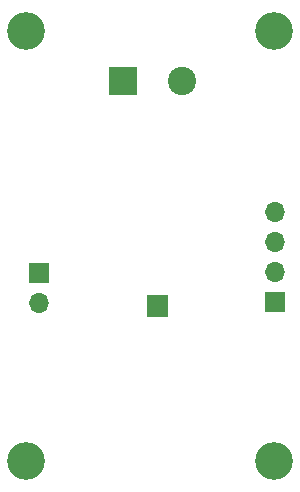
<source format=gbr>
%TF.GenerationSoftware,KiCad,Pcbnew,(5.1.10)-1*%
%TF.CreationDate,2021-09-08T10:04:32-05:00*%
%TF.ProjectId,bq25504_breakout_module,62713235-3530-4345-9f62-7265616b6f75,rev?*%
%TF.SameCoordinates,Original*%
%TF.FileFunction,Soldermask,Bot*%
%TF.FilePolarity,Negative*%
%FSLAX46Y46*%
G04 Gerber Fmt 4.6, Leading zero omitted, Abs format (unit mm)*
G04 Created by KiCad (PCBNEW (5.1.10)-1) date 2021-09-08 10:04:32*
%MOMM*%
%LPD*%
G01*
G04 APERTURE LIST*
%ADD10C,0.100000*%
%ADD11C,3.200000*%
%ADD12C,3.200001*%
%ADD13O,1.700000X1.700000*%
%ADD14R,1.700000X1.700000*%
%ADD15C,2.400000*%
%ADD16R,2.400000X2.400000*%
G04 APERTURE END LIST*
D10*
G36*
X158889700Y-100121720D02*
G01*
X157190440Y-100121720D01*
X157190440Y-98419920D01*
X158889700Y-98419920D01*
X158889700Y-100121720D01*
G37*
X158889700Y-100121720D02*
X157190440Y-100121720D01*
X157190440Y-98419920D01*
X158889700Y-98419920D01*
X158889700Y-100121720D01*
D11*
%TO.C,H4*%
X167944800Y-112471200D03*
%TD*%
%TO.C,H3*%
X167944800Y-75996800D03*
%TD*%
%TO.C,H2*%
X146939000Y-112471200D03*
%TD*%
D12*
%TO.C,H1*%
X146939000Y-75996800D03*
%TD*%
D13*
%TO.C,J2*%
X168000000Y-91380000D03*
X168000000Y-93920000D03*
X168000000Y-96460000D03*
D14*
X168000000Y-99000000D03*
%TD*%
D13*
%TO.C,J1*%
X148000000Y-99040000D03*
D14*
X148000000Y-96500000D03*
%TD*%
D15*
%TO.C,C4*%
X160147000Y-80264000D03*
D16*
X155147000Y-80264000D03*
%TD*%
M02*

</source>
